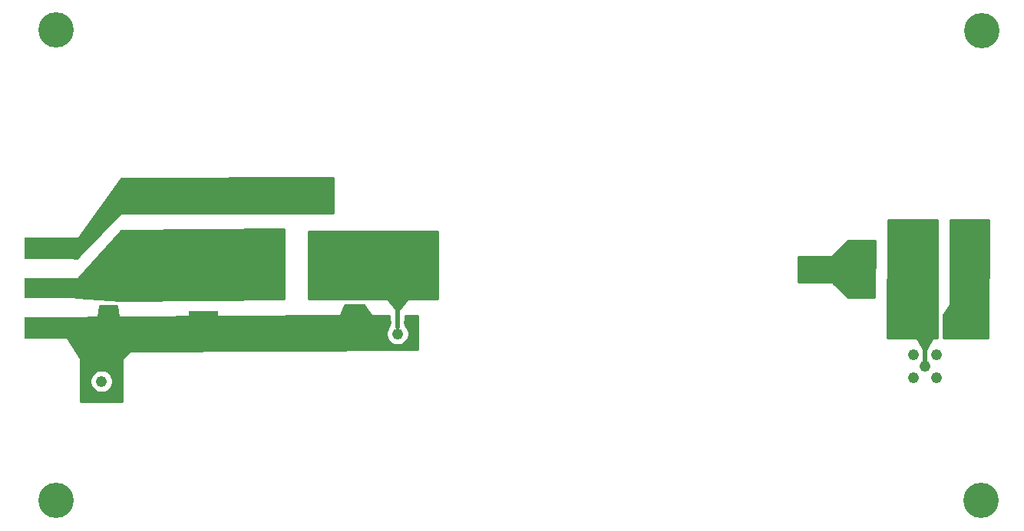
<source format=gtl>
%TF.GenerationSoftware,KiCad,Pcbnew,(5.1.7-0-10_14)*%
%TF.CreationDate,2021-02-01T11:36:59-06:00*%
%TF.ProjectId,Q-test-circuit,512d7465-7374-42d6-9369-72637569742e,rev?*%
%TF.SameCoordinates,Original*%
%TF.FileFunction,Copper,L1,Top*%
%TF.FilePolarity,Positive*%
%FSLAX46Y46*%
G04 Gerber Fmt 4.6, Leading zero omitted, Abs format (unit mm)*
G04 Created by KiCad (PCBNEW (5.1.7-0-10_14)) date 2021-02-01 11:36:59*
%MOMM*%
%LPD*%
G01*
G04 APERTURE LIST*
%TA.AperFunction,ComponentPad*%
%ADD10O,1.700000X1.700000*%
%TD*%
%TA.AperFunction,ComponentPad*%
%ADD11R,1.700000X1.700000*%
%TD*%
%TA.AperFunction,ComponentPad*%
%ADD12C,1.240000*%
%TD*%
%TA.AperFunction,SMDPad,CuDef*%
%ADD13R,5.842000X2.413000*%
%TD*%
%TA.AperFunction,SMDPad,CuDef*%
%ADD14R,5.842000X2.286000*%
%TD*%
%TA.AperFunction,SMDPad,CuDef*%
%ADD15R,2.794000X1.270000*%
%TD*%
%TA.AperFunction,SMDPad,CuDef*%
%ADD16R,3.200000X1.000000*%
%TD*%
%TA.AperFunction,SMDPad,CuDef*%
%ADD17R,1.480000X5.160000*%
%TD*%
%TA.AperFunction,SMDPad,CuDef*%
%ADD18R,5.080000X3.683000*%
%TD*%
%TA.AperFunction,SMDPad,CuDef*%
%ADD19R,5.080000X7.620000*%
%TD*%
%TA.AperFunction,SMDPad,CuDef*%
%ADD20R,2.000000X2.000000*%
%TD*%
%TA.AperFunction,SMDPad,CuDef*%
%ADD21R,1.750000X6.000000*%
%TD*%
%TA.AperFunction,ViaPad*%
%ADD22C,3.900000*%
%TD*%
%TA.AperFunction,ViaPad*%
%ADD23C,0.600000*%
%TD*%
%TA.AperFunction,Conductor*%
%ADD24C,0.250000*%
%TD*%
%TA.AperFunction,Conductor*%
%ADD25C,0.500000*%
%TD*%
%TA.AperFunction,Conductor*%
%ADD26C,0.254000*%
%TD*%
%TA.AperFunction,Conductor*%
%ADD27C,0.100000*%
%TD*%
G04 APERTURE END LIST*
D10*
%TO.P,TP1,2*%
%TO.N,GND*%
X117700000Y-109340000D03*
D11*
%TO.P,TP1,1*%
%TO.N,Net-(C1-Pad1)*%
X117700000Y-106800000D03*
%TD*%
D10*
%TO.P,TP3,2*%
%TO.N,GND*%
X210800000Y-110380000D03*
D11*
%TO.P,TP3,1*%
%TO.N,/vout*%
X208260000Y-110380000D03*
%TD*%
D10*
%TO.P,TP2,2*%
%TO.N,GND*%
X144910000Y-109300000D03*
D11*
%TO.P,TP2,1*%
%TO.N,Net-(L2-Pad1)*%
X144910000Y-106760000D03*
%TD*%
D12*
%TO.P,TP1,2*%
%TO.N,GND*%
X115730000Y-118070000D03*
X118270000Y-115530000D03*
X118270000Y-118070000D03*
X115730000Y-115530000D03*
%TO.P,TP1,1*%
%TO.N,Net-(C1-Pad1)*%
X117000000Y-116800000D03*
%TD*%
%TO.P,TP3,2*%
%TO.N,GND*%
X206530000Y-116400000D03*
X209070000Y-113860000D03*
X209070000Y-116400000D03*
X206530000Y-113860000D03*
%TO.P,TP3,1*%
%TO.N,/vout*%
X207800000Y-115130000D03*
%TD*%
%TO.P,TP2,2*%
%TO.N,GND*%
X148380000Y-112820000D03*
X150920000Y-110280000D03*
X150920000Y-112820000D03*
X148380000Y-110280000D03*
%TO.P,TP2,1*%
%TO.N,Net-(L2-Pad1)*%
X149650000Y-111550000D03*
%TD*%
D13*
%TO.P,J1,3*%
%TO.N,GND*%
X111418400Y-102118500D03*
%TO.P,J1,2*%
X111418400Y-110881500D03*
D14*
%TO.P,J1,1*%
%TO.N,Net-(C1-Pad1)*%
X111418400Y-106500000D03*
%TD*%
D15*
%TO.P,C1,1*%
%TO.N,Net-(C1-Pad1)*%
X132550000Y-107182500D03*
%TO.P,C1,2*%
%TO.N,GND*%
X132550000Y-110357500D03*
%TD*%
%TO.P,C2,1*%
%TO.N,Net-(C1-Pad1)*%
X132570000Y-100707500D03*
%TO.P,C2,2*%
%TO.N,GND*%
X132570000Y-97532500D03*
%TD*%
D16*
%TO.P,L1,1*%
%TO.N,Net-(C1-Pad1)*%
X128260000Y-107330000D03*
%TO.P,L1,2*%
%TO.N,GND*%
X128260000Y-109530000D03*
%TD*%
D17*
%TO.P,L2,1*%
%TO.N,Net-(L2-Pad1)*%
X140665000Y-102790000D03*
%TO.P,L2,2*%
%TO.N,Net-(C1-Pad1)*%
X136335000Y-105330000D03*
%TD*%
D18*
%TO.P,Z1,3*%
%TO.N,GND*%
X121880000Y-111536500D03*
%TO.P,Z1,1*%
X121880000Y-96423500D03*
D19*
%TO.P,Z1,2*%
%TO.N,Net-(C1-Pad1)*%
X121880000Y-103980000D03*
%TD*%
D20*
%TO.P,P1,1*%
%TO.N,Net-(L2-Pad1)*%
X152510000Y-103940000D03*
%TD*%
%TO.P,P2,1*%
%TO.N,Net-(C3-Pad1)*%
X195290000Y-104440000D03*
%TD*%
D21*
%TO.P,C4,1*%
%TO.N,/vout*%
X207865000Y-104390000D03*
%TO.P,C4,2*%
%TO.N,GND*%
X213115000Y-104390000D03*
%TD*%
%TO.P,C3,1*%
%TO.N,Net-(C3-Pad1)*%
X200515000Y-104400000D03*
%TO.P,C3,2*%
%TO.N,/vout*%
X205765000Y-104400000D03*
%TD*%
D22*
%TO.N,*%
X214118000Y-78019000D03*
X214000000Y-130000000D03*
X112000000Y-130000000D03*
X112000000Y-78000000D03*
D23*
%TO.N,GND*%
X212400000Y-110600000D03*
X212400000Y-99200000D03*
X213000000Y-99200000D03*
X212400000Y-99800000D03*
X213000000Y-99800000D03*
X213000000Y-100400000D03*
X213000000Y-101000000D03*
X212400000Y-101000000D03*
X212400000Y-100400000D03*
X212400000Y-107600000D03*
X213000000Y-108200000D03*
X213000000Y-107600000D03*
X212400000Y-108200000D03*
X213000000Y-110600000D03*
X213000000Y-110000000D03*
X213000000Y-108800000D03*
X213000000Y-109400000D03*
X212400000Y-109400000D03*
X212400000Y-108800000D03*
X212400000Y-110000000D03*
X213000000Y-106400000D03*
X213000000Y-107000000D03*
X212400000Y-107000000D03*
X212400000Y-106400000D03*
X212400000Y-105200000D03*
X213000000Y-105800000D03*
X213000000Y-105200000D03*
X212400000Y-105800000D03*
X213000000Y-104000000D03*
X213000000Y-104600000D03*
X212400000Y-104600000D03*
X212400000Y-104000000D03*
X212400000Y-102800000D03*
X213000000Y-103400000D03*
X213000000Y-102800000D03*
X212400000Y-103400000D03*
X213000000Y-101600000D03*
X213000000Y-102200000D03*
X212400000Y-102200000D03*
X212400000Y-101600000D03*
X137530000Y-111560000D03*
X126550000Y-112470000D03*
X128140000Y-111560000D03*
X129720000Y-112490000D03*
X131250000Y-111620000D03*
X132710000Y-112570000D03*
X134230000Y-111480000D03*
X135680000Y-112510000D03*
X141350000Y-95560000D03*
X140130000Y-96480000D03*
X138540000Y-95460000D03*
X136900000Y-96500000D03*
X135390000Y-95420000D03*
X133850000Y-96480000D03*
X132380000Y-95560000D03*
X126090000Y-95610000D03*
X127410000Y-96560000D03*
X128930000Y-95610000D03*
X130860000Y-96400000D03*
X139050000Y-112510000D03*
X141430000Y-112590000D03*
X140250000Y-111560000D03*
%TD*%
D24*
%TO.N,Net-(C1-Pad1)*%
X119360000Y-106500000D02*
X121880000Y-103980000D01*
X111418400Y-106500000D02*
X119360000Y-106500000D01*
%TO.N,GND*%
X213330000Y-110860000D02*
X213350000Y-110880000D01*
X213350000Y-110880000D02*
X213270000Y-110000000D01*
D25*
X137530000Y-111560000D02*
X137060000Y-111130000D01*
X128160000Y-112590000D02*
X126550000Y-112470000D01*
X128140000Y-111560000D02*
X128160000Y-112590000D01*
X130020000Y-112490000D02*
X129720000Y-112490000D01*
X131250000Y-111620000D02*
X130020000Y-112490000D01*
X133010000Y-112570000D02*
X132710000Y-112570000D01*
X134230000Y-111480000D02*
X133010000Y-112570000D01*
X137060000Y-111130000D02*
X135680000Y-112510000D01*
X139960000Y-96740000D02*
X140130000Y-96480000D01*
X138540000Y-95460000D02*
X139960000Y-96740000D01*
X136730000Y-96500000D02*
X136900000Y-96500000D01*
X135390000Y-95420000D02*
X136730000Y-96500000D01*
X133300000Y-96480000D02*
X133850000Y-96480000D01*
X132380000Y-95560000D02*
X133300000Y-96480000D01*
X128930000Y-95610000D02*
X130850000Y-96390000D01*
X124673500Y-96423500D02*
X126090000Y-95610000D01*
X127410000Y-96560000D02*
X127580000Y-96390000D01*
X127580000Y-96390000D02*
X128930000Y-95610000D01*
X121880000Y-96423500D02*
X124673500Y-96423500D01*
X130850000Y-96390000D02*
X130860000Y-96400000D01*
X128260000Y-109530000D02*
X128260000Y-110380000D01*
X128260000Y-110380000D02*
X139050000Y-112510000D01*
D24*
X121225000Y-110881500D02*
X121880000Y-111536500D01*
X111418400Y-110881500D02*
X121225000Y-110881500D01*
X111418400Y-102118500D02*
X114251500Y-102118500D01*
X119946500Y-96423500D02*
X121880000Y-96423500D01*
X114251500Y-102118500D02*
X119946500Y-96423500D01*
D25*
%TO.N,Net-(L2-Pad1)*%
X149630000Y-110830000D02*
X149630000Y-106930000D01*
%TO.N,/vout*%
X207800000Y-111030000D02*
X207710000Y-110940000D01*
X207800000Y-115130000D02*
X207800000Y-111030000D01*
%TD*%
D26*
%TO.N,Net-(C1-Pad1)*%
X137145472Y-107697178D02*
X119216482Y-107864803D01*
X119245528Y-100131822D01*
X137174518Y-99964197D01*
X137145472Y-107697178D01*
%TA.AperFunction,Conductor*%
D27*
G36*
X137145472Y-107697178D02*
G01*
X119216482Y-107864803D01*
X119245528Y-100131822D01*
X137174518Y-99964197D01*
X137145472Y-107697178D01*
G37*
%TD.AperFunction*%
%TD*%
D26*
%TO.N,Net-(L2-Pad1)*%
X154051000Y-107696088D02*
X139872000Y-107705912D01*
X139872000Y-100212912D01*
X154051000Y-100203088D01*
X154051000Y-107696088D01*
%TA.AperFunction,Conductor*%
D27*
G36*
X154051000Y-107696088D02*
G01*
X139872000Y-107705912D01*
X139872000Y-100212912D01*
X154051000Y-100203088D01*
X154051000Y-107696088D01*
G37*
%TD.AperFunction*%
%TD*%
D26*
%TO.N,GND*%
X214832810Y-98956429D02*
X214813191Y-112042510D01*
X209875976Y-112023485D01*
X209855497Y-109504677D01*
X210581517Y-108472983D01*
X210593780Y-108451316D01*
X210601581Y-108427673D01*
X210604655Y-108400497D01*
X210616999Y-105800603D01*
X210616999Y-105800545D01*
X210646454Y-98937571D01*
X214832810Y-98956429D01*
%TA.AperFunction,Conductor*%
D27*
G36*
X214832810Y-98956429D02*
G01*
X214813191Y-112042510D01*
X209875976Y-112023485D01*
X209855497Y-109504677D01*
X210581517Y-108472983D01*
X210593780Y-108451316D01*
X210601581Y-108427673D01*
X210604655Y-108400497D01*
X210616999Y-105800603D01*
X210616999Y-105800545D01*
X210646454Y-98937571D01*
X214832810Y-98956429D01*
G37*
%TD.AperFunction*%
%TD*%
D26*
%TO.N,GND*%
X146664317Y-109491040D02*
X146680135Y-109510266D01*
X146699399Y-109526036D01*
X146721370Y-109537746D01*
X146745203Y-109544944D01*
X146770562Y-109547352D01*
X148745000Y-109535943D01*
X148745000Y-110680162D01*
X148675178Y-110749984D01*
X148537834Y-110955535D01*
X148443229Y-111183930D01*
X148395000Y-111426393D01*
X148395000Y-111673607D01*
X148443229Y-111916070D01*
X148537834Y-112144465D01*
X148675178Y-112350016D01*
X148849984Y-112524822D01*
X149055535Y-112662166D01*
X149283930Y-112756771D01*
X149526393Y-112805000D01*
X149773607Y-112805000D01*
X150016070Y-112756771D01*
X150244465Y-112662166D01*
X150450016Y-112524822D01*
X150624822Y-112350016D01*
X150762166Y-112144465D01*
X150856771Y-111916070D01*
X150905000Y-111673607D01*
X150905000Y-111426393D01*
X150856771Y-111183930D01*
X150762166Y-110955535D01*
X150624822Y-110749984D01*
X150515000Y-110640162D01*
X150515000Y-109525716D01*
X151873000Y-109517869D01*
X151873000Y-113283446D01*
X120244440Y-113427981D01*
X120219675Y-113430535D01*
X120195884Y-113437871D01*
X120173981Y-113449707D01*
X120155217Y-113465177D01*
X119310197Y-114310197D01*
X119294403Y-114329443D01*
X119282667Y-114351399D01*
X119275440Y-114375224D01*
X119273000Y-114400000D01*
X119273000Y-119073000D01*
X114727000Y-119073000D01*
X114727000Y-116676393D01*
X115745000Y-116676393D01*
X115745000Y-116923607D01*
X115793229Y-117166070D01*
X115887834Y-117394465D01*
X116025178Y-117600016D01*
X116199984Y-117774822D01*
X116405535Y-117912166D01*
X116633930Y-118006771D01*
X116876393Y-118055000D01*
X117123607Y-118055000D01*
X117366070Y-118006771D01*
X117594465Y-117912166D01*
X117800016Y-117774822D01*
X117974822Y-117600016D01*
X118112166Y-117394465D01*
X118206771Y-117166070D01*
X118255000Y-116923607D01*
X118255000Y-116676393D01*
X118206771Y-116433930D01*
X118112166Y-116205535D01*
X117974822Y-115999984D01*
X117800016Y-115825178D01*
X117594465Y-115687834D01*
X117366070Y-115593229D01*
X117123607Y-115545000D01*
X116876393Y-115545000D01*
X116633930Y-115593229D01*
X116405535Y-115687834D01*
X116199984Y-115825178D01*
X116025178Y-115999984D01*
X115887834Y-116205535D01*
X115793229Y-116433930D01*
X115745000Y-116676393D01*
X114727000Y-116676393D01*
X114727000Y-114400000D01*
X114724560Y-114375224D01*
X114717333Y-114351399D01*
X114708161Y-114333440D01*
X113286623Y-112023440D01*
X113271559Y-112003617D01*
X113252918Y-111987115D01*
X113231415Y-111974566D01*
X113207878Y-111966454D01*
X113178462Y-111963000D01*
X112466427Y-111963000D01*
X112457657Y-110024936D01*
X114350019Y-109796712D01*
X116504803Y-109715164D01*
X116529469Y-109711789D01*
X116553003Y-109703666D01*
X116574500Y-109691108D01*
X116593134Y-109674597D01*
X116608189Y-109654769D01*
X116619087Y-109632384D01*
X116624561Y-109613026D01*
X116849443Y-108482205D01*
X118650418Y-108471801D01*
X118875352Y-109624327D01*
X118882493Y-109648177D01*
X118894150Y-109670176D01*
X118909874Y-109689478D01*
X118929062Y-109705342D01*
X118950976Y-109717157D01*
X118974775Y-109724470D01*
X119000834Y-109726997D01*
X143280779Y-109567516D01*
X143305539Y-109564913D01*
X143329315Y-109557530D01*
X143351194Y-109545650D01*
X143370335Y-109529730D01*
X143386003Y-109510381D01*
X143397169Y-109489380D01*
X143850011Y-108402954D01*
X145927326Y-108390951D01*
X146664317Y-109491040D01*
%TA.AperFunction,Conductor*%
D27*
G36*
X146664317Y-109491040D02*
G01*
X146680135Y-109510266D01*
X146699399Y-109526036D01*
X146721370Y-109537746D01*
X146745203Y-109544944D01*
X146770562Y-109547352D01*
X148745000Y-109535943D01*
X148745000Y-110680162D01*
X148675178Y-110749984D01*
X148537834Y-110955535D01*
X148443229Y-111183930D01*
X148395000Y-111426393D01*
X148395000Y-111673607D01*
X148443229Y-111916070D01*
X148537834Y-112144465D01*
X148675178Y-112350016D01*
X148849984Y-112524822D01*
X149055535Y-112662166D01*
X149283930Y-112756771D01*
X149526393Y-112805000D01*
X149773607Y-112805000D01*
X150016070Y-112756771D01*
X150244465Y-112662166D01*
X150450016Y-112524822D01*
X150624822Y-112350016D01*
X150762166Y-112144465D01*
X150856771Y-111916070D01*
X150905000Y-111673607D01*
X150905000Y-111426393D01*
X150856771Y-111183930D01*
X150762166Y-110955535D01*
X150624822Y-110749984D01*
X150515000Y-110640162D01*
X150515000Y-109525716D01*
X151873000Y-109517869D01*
X151873000Y-113283446D01*
X120244440Y-113427981D01*
X120219675Y-113430535D01*
X120195884Y-113437871D01*
X120173981Y-113449707D01*
X120155217Y-113465177D01*
X119310197Y-114310197D01*
X119294403Y-114329443D01*
X119282667Y-114351399D01*
X119275440Y-114375224D01*
X119273000Y-114400000D01*
X119273000Y-119073000D01*
X114727000Y-119073000D01*
X114727000Y-116676393D01*
X115745000Y-116676393D01*
X115745000Y-116923607D01*
X115793229Y-117166070D01*
X115887834Y-117394465D01*
X116025178Y-117600016D01*
X116199984Y-117774822D01*
X116405535Y-117912166D01*
X116633930Y-118006771D01*
X116876393Y-118055000D01*
X117123607Y-118055000D01*
X117366070Y-118006771D01*
X117594465Y-117912166D01*
X117800016Y-117774822D01*
X117974822Y-117600016D01*
X118112166Y-117394465D01*
X118206771Y-117166070D01*
X118255000Y-116923607D01*
X118255000Y-116676393D01*
X118206771Y-116433930D01*
X118112166Y-116205535D01*
X117974822Y-115999984D01*
X117800016Y-115825178D01*
X117594465Y-115687834D01*
X117366070Y-115593229D01*
X117123607Y-115545000D01*
X116876393Y-115545000D01*
X116633930Y-115593229D01*
X116405535Y-115687834D01*
X116199984Y-115825178D01*
X116025178Y-115999984D01*
X115887834Y-116205535D01*
X115793229Y-116433930D01*
X115745000Y-116676393D01*
X114727000Y-116676393D01*
X114727000Y-114400000D01*
X114724560Y-114375224D01*
X114717333Y-114351399D01*
X114708161Y-114333440D01*
X113286623Y-112023440D01*
X113271559Y-112003617D01*
X113252918Y-111987115D01*
X113231415Y-111974566D01*
X113207878Y-111966454D01*
X113178462Y-111963000D01*
X112466427Y-111963000D01*
X112457657Y-110024936D01*
X114350019Y-109796712D01*
X116504803Y-109715164D01*
X116529469Y-109711789D01*
X116553003Y-109703666D01*
X116574500Y-109691108D01*
X116593134Y-109674597D01*
X116608189Y-109654769D01*
X116619087Y-109632384D01*
X116624561Y-109613026D01*
X116849443Y-108482205D01*
X118650418Y-108471801D01*
X118875352Y-109624327D01*
X118882493Y-109648177D01*
X118894150Y-109670176D01*
X118909874Y-109689478D01*
X118929062Y-109705342D01*
X118950976Y-109717157D01*
X118974775Y-109724470D01*
X119000834Y-109726997D01*
X143280779Y-109567516D01*
X143305539Y-109564913D01*
X143329315Y-109557530D01*
X143351194Y-109545650D01*
X143370335Y-109529730D01*
X143386003Y-109510381D01*
X143397169Y-109489380D01*
X143850011Y-108402954D01*
X145927326Y-108390951D01*
X146664317Y-109491040D01*
G37*
%TD.AperFunction*%
%TD*%
D26*
%TO.N,GND*%
X142513000Y-98200494D02*
X119237065Y-98252714D01*
X119239021Y-94406731D01*
X142513000Y-94357270D01*
X142513000Y-98200494D01*
%TA.AperFunction,Conductor*%
D27*
G36*
X142513000Y-98200494D02*
G01*
X119237065Y-98252714D01*
X119239021Y-94406731D01*
X142513000Y-94357270D01*
X142513000Y-98200494D01*
G37*
%TD.AperFunction*%
%TD*%
D26*
%TO.N,Net-(C3-Pad1)*%
X202233396Y-107523000D02*
X199332160Y-107523000D01*
X197689263Y-105899661D01*
X197669924Y-105883983D01*
X197647897Y-105872378D01*
X197624030Y-105865294D01*
X197600000Y-105863000D01*
X193827990Y-105863000D01*
X193824457Y-102997000D01*
X197570000Y-102997000D01*
X197594776Y-102994560D01*
X197618601Y-102987333D01*
X197640557Y-102975597D01*
X197658492Y-102961094D01*
X199371530Y-101297000D01*
X202312584Y-101297000D01*
X202233396Y-107523000D01*
%TA.AperFunction,Conductor*%
D27*
G36*
X202233396Y-107523000D02*
G01*
X199332160Y-107523000D01*
X197689263Y-105899661D01*
X197669924Y-105883983D01*
X197647897Y-105872378D01*
X197624030Y-105865294D01*
X197600000Y-105863000D01*
X193827990Y-105863000D01*
X193824457Y-102997000D01*
X197570000Y-102997000D01*
X197594776Y-102994560D01*
X197618601Y-102987333D01*
X197640557Y-102975597D01*
X197658492Y-102961094D01*
X199371530Y-101297000D01*
X202312584Y-101297000D01*
X202233396Y-107523000D01*
G37*
%TD.AperFunction*%
%TD*%
D26*
%TO.N,/vout*%
X209198013Y-98970422D02*
X209147984Y-112030020D01*
X203697575Y-112052473D01*
X203756430Y-98967078D01*
X209198013Y-98970422D01*
%TA.AperFunction,Conductor*%
D27*
G36*
X209198013Y-98970422D02*
G01*
X209147984Y-112030020D01*
X203697575Y-112052473D01*
X203756430Y-98967078D01*
X209198013Y-98970422D01*
G37*
%TD.AperFunction*%
%TD*%
D26*
%TO.N,Net-(C1-Pad1)*%
X119703159Y-107863000D02*
X119094678Y-107863000D01*
X114349333Y-107513343D01*
X114340000Y-107513000D01*
X114065630Y-107513000D01*
X114199215Y-105482509D01*
X114344881Y-105476906D01*
X114369545Y-105473515D01*
X114393074Y-105465378D01*
X114414564Y-105452807D01*
X114434706Y-105434616D01*
X119176838Y-100127000D01*
X119712841Y-100127000D01*
X119703159Y-107863000D01*
%TA.AperFunction,Conductor*%
D27*
G36*
X119703159Y-107863000D02*
G01*
X119094678Y-107863000D01*
X114349333Y-107513343D01*
X114340000Y-107513000D01*
X114065630Y-107513000D01*
X114199215Y-105482509D01*
X114344881Y-105476906D01*
X114369545Y-105473515D01*
X114393074Y-105465378D01*
X114414564Y-105452807D01*
X114434706Y-105434616D01*
X119176838Y-100127000D01*
X119712841Y-100127000D01*
X119703159Y-107863000D01*
G37*
%TD.AperFunction*%
%TD*%
D26*
%TO.N,GND*%
X119292379Y-98253000D02*
X119110000Y-98253000D01*
X119085224Y-98255440D01*
X119061399Y-98262667D01*
X119039443Y-98274403D01*
X119018550Y-98291876D01*
X114286012Y-103203000D01*
X113919816Y-103203000D01*
X114278683Y-101040827D01*
X114347458Y-101036781D01*
X114372048Y-101032890D01*
X114395407Y-101024276D01*
X114416637Y-101011271D01*
X114434921Y-100994374D01*
X114443091Y-100984170D01*
X119175082Y-94407000D01*
X119273618Y-94407000D01*
X119292379Y-98253000D01*
%TA.AperFunction,Conductor*%
D27*
G36*
X119292379Y-98253000D02*
G01*
X119110000Y-98253000D01*
X119085224Y-98255440D01*
X119061399Y-98262667D01*
X119039443Y-98274403D01*
X119018550Y-98291876D01*
X114286012Y-103203000D01*
X113919816Y-103203000D01*
X114278683Y-101040827D01*
X114347458Y-101036781D01*
X114372048Y-101032890D01*
X114395407Y-101024276D01*
X114416637Y-101011271D01*
X114434921Y-100994374D01*
X114443091Y-100984170D01*
X119175082Y-94407000D01*
X119273618Y-94407000D01*
X119292379Y-98253000D01*
G37*
%TD.AperFunction*%
%TD*%
D26*
%TO.N,Net-(L2-Pad1)*%
X149650831Y-109061945D02*
X148469111Y-107627000D01*
X150874754Y-107627000D01*
X149650831Y-109061945D01*
%TA.AperFunction,Conductor*%
D27*
G36*
X149650831Y-109061945D02*
G01*
X148469111Y-107627000D01*
X150874754Y-107627000D01*
X149650831Y-109061945D01*
G37*
%TD.AperFunction*%
%TD*%
D26*
%TO.N,/vout*%
X207800000Y-113538491D02*
X207015839Y-112127000D01*
X208584161Y-112127000D01*
X207800000Y-113538491D01*
%TA.AperFunction,Conductor*%
D27*
G36*
X207800000Y-113538491D02*
G01*
X207015839Y-112127000D01*
X208584161Y-112127000D01*
X207800000Y-113538491D01*
G37*
%TD.AperFunction*%
%TD*%
M02*

</source>
